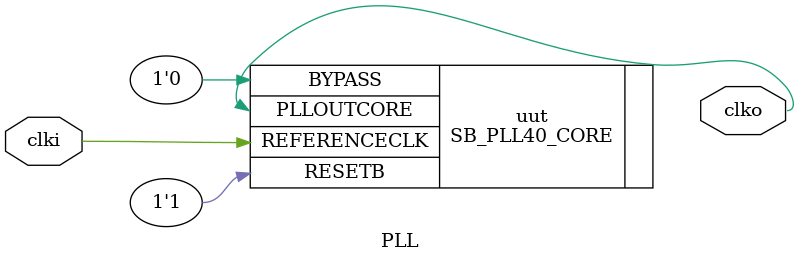
<source format=v>
module PLL #(
  parameter DIVF = 7'b0000000,
  parameter DIVQ = 3'b000
) (
  input  wire clki,
  output wire clko
);

SB_PLL40_CORE #(
  .FEEDBACK_PATH("SIMPLE"),
  .PLLOUT_SELECT("GENCLK"),
  .DIVR(4'd0),
  .DIVF(DIVF),
  .DIVQ(DIVQ),
  .FILTER_RANGE(3'b001)
)
uut (
  .REFERENCECLK(clki),
  .PLLOUTCORE(clko),
  .RESETB(1'b1),
  .BYPASS(1'b0)
);

endmodule

</source>
